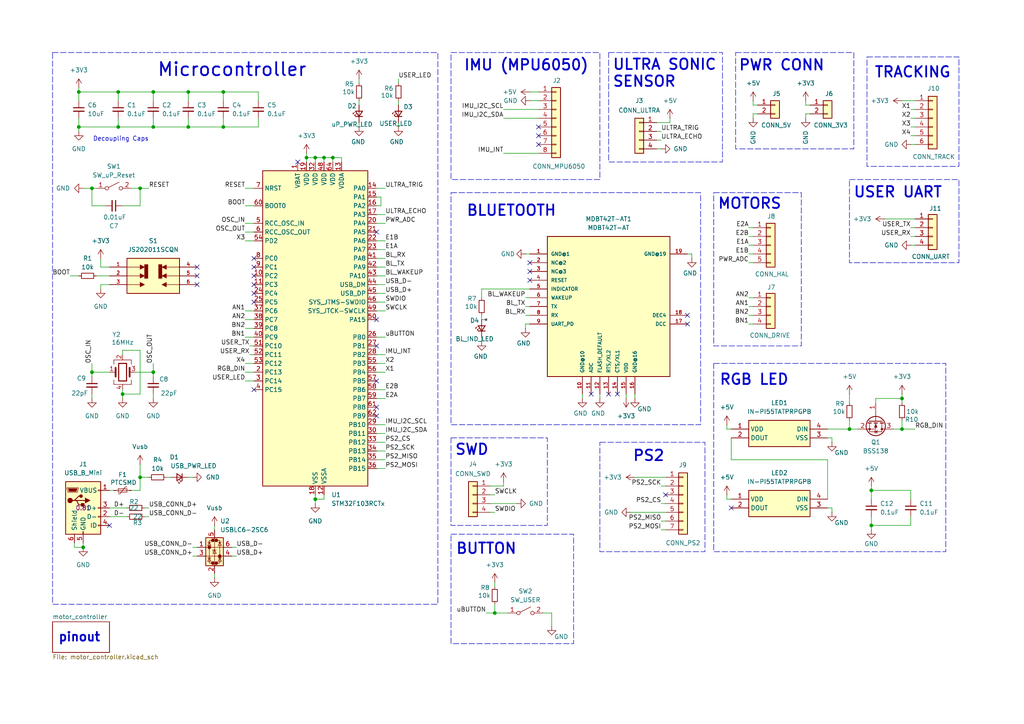
<source format=kicad_sch>
(kicad_sch (version 20250114) (generator "eeschema") (generator_version "9.0")
  (paper "A4")
  (title_block (title "Robot Brain PCB Board") (date "2025-04-30") (rev "1.0") (company "Goncalo Martins"))
  (rectangle (start 130.81 154.94) (end 166.37 186.69) (stroke (width 0) (type dash)))
  (rectangle (start 207.01 55.88) (end 232.41 100.33) (stroke (width 0) (type dash)))
  (rectangle (start 130.81 15.24) (end 173.99 52.07) (stroke (width 0) (type dash)))
  (rectangle (start 173.99 128.27) (end 204.47 160.02) (stroke (width 0) (type dash)))
  (rectangle (start 15.24 15.24) (end 127 175.26) (stroke (width 0) (type dash)))
  (rectangle (start 176.53 15.24) (end 209.55 46.99) (stroke (width 0) (type dash)))
  (rectangle (start 246.38 52.07) (end 278.13 76.2) (stroke (width 0) (type dash)))
  (rectangle (start 251.46 16.51) (end 278.13 48.26) (stroke (width 0) (type dash)))
  (rectangle (start 130.81 127) (end 158.75 152.4) (stroke (width 0) (type dash)))
  (rectangle (start 213.36 15.24) (end 247.65 43.18) (stroke (width 0) (type dash)))
  (rectangle (start 130.81 55.88) (end 203.2 123.19) (stroke (width 0) (type dash)))
  (rectangle (start 207.01 105.41) (end 274.32 160.02) (stroke (width 0) (type dash)))
  (text "PWR CONN" (at 214.122 19.05 0) (effects (font (size 3.048 3.048) (thickness 0.508) (bold yes)) (justify left)))
  (text "ULTRA SONIC\nSENSOR" (at 177.546 21.336 0) (effects (font (size 3.048 3.048) (thickness 0.508) (bold yes)) (justify left)))
  (text "Decoupling Caps" (at 35.052 40.386 0) (effects (font (size 1.27 1.27))))
  (text "BUTTON" (at 132.08 159.258 0) (effects (font (size 3.048 3.048) (thickness 0.508) (bold yes)) (justify left)))
  (text "MOTORS" (at 208.026 59.182 0) (effects (font (size 3.048 3.048) (thickness 0.508) (bold yes)) (justify left)))
  (text "PS2" (at 183.388 132.334 0) (effects (font (size 3.048 3.048) (thickness 0.508) (bold yes)) (justify left)))
  (text "RGB LED" (at 208.534 110.236 0) (effects (font (size 3.048 3.048) (thickness 0.508) (bold yes)) (justify left)))
  (text "Microcontroller" (at 67.31 20.32 0) (effects (font (size 3.81 3.81) (thickness 0.508) (bold yes))))
  (text "TRACKING\n" (at 253.492 21.082 0) (effects (font (size 3.048 3.048) (thickness 0.508) (bold yes)) (justify left)))
  (text "pinout" (at 16.764 184.912 0) (effects (font (size 2.54 2.54) (thickness 0.508) (bold yes)) (justify left)))
  (text "IMU (MPU6050)" (at 152.654 19.05 0) (effects (font (size 3.048 3.048) (thickness 0.508) (bold yes))))
  (text "SWD" (at 131.826 130.556 0) (effects (font (size 3.048 3.048) (thickness 0.508) (bold yes)) (justify left)))
  (text "USER UART\n" (at 247.396 55.88 0) (effects (font (size 3.048 3.048) (thickness 0.508) (bold yes)) (justify left)))
  (text "BLUETOOTH" (at 148.336 61.214 0) (effects (font (size 3.048 3.048) (thickness 0.508) (bold yes))))
  (junction (at 246.38 124.46))
  (junction (at 26.67 54.61))
  (junction (at 40.64 138.43))
  (junction (at 34.29 36.83))
  (junction (at 252.73 152.4))
  (junction (at 35.56 114.3))
  (junction (at 24.13 158.75))
  (junction (at 261.62 115.57))
  (junction (at 44.45 26.67))
  (junction (at 40.64 54.61))
  (junction (at 96.52 45.72))
  (junction (at 64.77 36.83))
  (junction (at 252.73 142.24))
  (junction (at 93.98 45.72))
  (junction (at 91.44 144.78))
  (junction (at 54.61 26.67))
  (junction (at 34.29 26.67))
  (junction (at 64.77 26.67))
  (junction (at 44.45 36.83))
  (junction (at 91.44 45.72))
  (junction (at 143.51 177.8))
  (junction (at 88.9 45.72))
  (junction (at 22.86 36.83))
  (junction (at 44.45 107.95))
  (junction (at 261.62 124.46))
  (junction (at 54.61 36.83))
  (junction (at 22.86 26.67))
  (junction (at 26.67 107.95))
  (no_connect (at 176.53 114.3))
  (no_connect (at 109.22 110.49))
  (no_connect (at 86.36 46.99))
  (no_connect (at 153.67 81.28))
  (no_connect (at 73.66 77.47))
  (no_connect (at 57.15 80.01))
  (no_connect (at 153.67 78.74))
  (no_connect (at 199.39 93.98))
  (no_connect (at 109.22 120.65))
  (no_connect (at 171.45 114.3))
  (no_connect (at 109.22 92.71))
  (no_connect (at 199.39 91.44))
  (no_connect (at 156.21 41.91))
  (no_connect (at 109.22 118.11))
  (no_connect (at 73.66 82.55))
  (no_connect (at 156.21 39.37))
  (no_connect (at 109.22 67.31))
  (no_connect (at 73.66 80.01))
  (no_connect (at 31.75 152.4))
  (no_connect (at 73.66 113.03))
  (no_connect (at 179.07 114.3))
  (no_connect (at 109.22 100.33))
  (no_connect (at 212.09 147.32))
  (no_connect (at 57.15 77.47))
  (no_connect (at 73.66 85.09))
  (no_connect (at 153.67 76.2))
  (no_connect (at 73.66 74.93))
  (no_connect (at 193.04 143.51))
  (no_connect (at 73.66 87.63))
  (no_connect (at 57.15 82.55))
  (no_connect (at 156.21 36.83))
  (wire (pts (xy 139.7 83.82) (xy 139.7 86.36)))
  (wire (pts (xy 194.31 35.56) (xy 194.31 34.29)))
  (wire (pts (xy 27.94 80.01) (xy 31.75 80.01)))
  (wire (pts (xy 143.51 177.8) (xy 147.32 177.8)))
  (wire (pts (xy 71.12 90.17) (xy 73.66 90.17)))
  (wire (pts (xy 71.12 92.71) (xy 73.66 92.71)))
  (wire (pts (xy 55.88 161.29) (xy 57.15 161.29)))
  (wire (pts (xy 22.86 25.4) (xy 22.86 26.67)))
  (wire (pts (xy 96.52 45.72) (xy 99.06 45.72)))
  (wire (pts (xy 217.17 71.12) (xy 218.44 71.12)))
  (wire (pts (xy 191.77 151.13) (xy 193.04 151.13)))
  (wire (pts (xy 190.5 38.1) (xy 191.77 38.1)))
  (wire (pts (xy 109.22 130.81) (xy 111.76 130.81)))
  (wire (pts (xy 109.22 87.63) (xy 111.76 87.63)))
  (wire (pts (xy 34.29 26.67) (xy 22.86 26.67)))
  (wire (pts (xy 218.44 34.29) (xy 218.44 33.02)))
  (wire (pts (xy 241.3 127) (xy 240.03 127)))
  (wire (pts (xy 35.56 101.6) (xy 40.64 101.6)))
  (wire (pts (xy 109.22 135.89) (xy 111.76 135.89)))
  (wire (pts (xy 210.82 144.78) (xy 210.82 143.51)))
  (wire (pts (xy 40.64 54.61) (xy 43.18 54.61)))
  (wire (pts (xy 71.12 59.69) (xy 73.66 59.69)))
  (wire (pts (xy 212.09 144.78) (xy 210.82 144.78)))
  (wire (pts (xy 71.12 69.85) (xy 73.66 69.85)))
  (wire (pts (xy 160.02 177.8) (xy 157.48 177.8)))
  (wire (pts (xy 64.77 26.67) (xy 54.61 26.67)))
  (wire (pts (xy 93.98 45.72) (xy 96.52 45.72)))
  (wire (pts (xy 254 116.84) (xy 254 115.57)))
  (wire (pts (xy 54.61 34.29) (xy 54.61 36.83)))
  (wire (pts (xy 29.21 82.55) (xy 31.75 82.55)))
  (wire (pts (xy 233.68 30.48) (xy 233.68 29.21)))
  (wire (pts (xy 139.7 91.44) (xy 139.7 92.71)))
  (wire (pts (xy 217.17 88.9) (xy 218.44 88.9)))
  (wire (pts (xy 62.23 166.37) (xy 62.23 167.64)))
  (wire (pts (xy 264.16 142.24) (xy 252.73 142.24)))
  (wire (pts (xy 219.71 30.48) (xy 218.44 30.48)))
  (wire (pts (xy 24.13 54.61) (xy 26.67 54.61)))
  (wire (pts (xy 190.5 40.64) (xy 191.77 40.64)))
  (wire (pts (xy 142.24 140.97) (xy 146.05 140.97)))
  (wire (pts (xy 35.56 114.3) (xy 35.56 115.57)))
  (wire (pts (xy 233.68 33.02) (xy 234.95 33.02)))
  (wire (pts (xy 184.15 114.3) (xy 184.15 115.57)))
  (wire (pts (xy 199.39 73.66) (xy 200.66 73.66)))
  (wire (pts (xy 55.88 158.75) (xy 57.15 158.75)))
  (wire (pts (xy 217.17 76.2) (xy 218.44 76.2)))
  (wire (pts (xy 22.86 26.67) (xy 22.86 29.21)))
  (wire (pts (xy 29.21 83.82) (xy 29.21 82.55)))
  (wire (pts (xy 246.38 114.3) (xy 246.38 116.84)))
  (wire (pts (xy 210.82 124.46) (xy 210.82 123.19)))
  (wire (pts (xy 38.1 142.24) (xy 40.64 142.24)))
  (wire (pts (xy 41.91 149.86) (xy 43.18 149.86)))
  (wire (pts (xy 26.67 59.69) (xy 26.67 54.61)))
  (wire (pts (xy 264.16 68.58) (xy 265.43 68.58)))
  (wire (pts (xy 248.92 124.46) (xy 246.38 124.46)))
  (wire (pts (xy 191.77 140.97) (xy 193.04 140.97)))
  (wire (pts (xy 217.17 86.36) (xy 218.44 86.36)))
  (wire (pts (xy 91.44 45.72) (xy 93.98 45.72)))
  (wire (pts (xy 143.51 175.26) (xy 143.51 177.8)))
  (wire (pts (xy 264.16 149.86) (xy 264.16 152.4)))
  (wire (pts (xy 261.62 121.92) (xy 261.62 124.46)))
  (wire (pts (xy 24.13 157.48) (xy 24.13 158.75)))
  (wire (pts (xy 109.22 128.27) (xy 111.76 128.27)))
  (wire (pts (xy 22.86 36.83) (xy 22.86 34.29)))
  (wire (pts (xy 261.62 115.57) (xy 261.62 116.84)))
  (wire (pts (xy 71.12 97.79) (xy 73.66 97.79)))
  (wire (pts (xy 88.9 45.72) (xy 91.44 45.72)))
  (wire (pts (xy 264.16 39.37) (xy 265.43 39.37)))
  (wire (pts (xy 91.44 45.72) (xy 91.44 46.99)))
  (wire (pts (xy 29.21 77.47) (xy 29.21 74.93)))
  (wire (pts (xy 35.56 59.69) (xy 40.64 59.69)))
  (wire (pts (xy 109.22 85.09) (xy 111.76 85.09)))
  (wire (pts (xy 152.4 86.36) (xy 153.67 86.36)))
  (wire (pts (xy 93.98 144.78) (xy 91.44 144.78)))
  (wire (pts (xy 261.62 124.46) (xy 259.08 124.46)))
  (wire (pts (xy 71.12 64.77) (xy 73.66 64.77)))
  (wire (pts (xy 74.93 29.21) (xy 74.93 26.67)))
  (wire (pts (xy 109.22 107.95) (xy 111.76 107.95)))
  (wire (pts (xy 217.17 66.04) (xy 218.44 66.04)))
  (wire (pts (xy 72.39 102.87) (xy 73.66 102.87)))
  (wire (pts (xy 93.98 45.72) (xy 93.98 46.99)))
  (wire (pts (xy 153.67 93.98) (xy 152.4 93.98)))
  (wire (pts (xy 31.75 142.24) (xy 33.02 142.24)))
  (wire (pts (xy 109.22 115.57) (xy 111.76 115.57)))
  (wire (pts (xy 264.16 41.91) (xy 265.43 41.91)))
  (wire (pts (xy 264.16 152.4) (xy 252.73 152.4)))
  (wire (pts (xy 22.86 36.83) (xy 22.86 38.1)))
  (wire (pts (xy 54.61 138.43) (xy 55.88 138.43)))
  (wire (pts (xy 212.09 124.46) (xy 210.82 124.46)))
  (wire (pts (xy 152.4 88.9) (xy 153.67 88.9)))
  (wire (pts (xy 64.77 34.29) (xy 64.77 36.83)))
  (wire (pts (xy 191.77 153.67) (xy 193.04 153.67)))
  (wire (pts (xy 67.31 161.29) (xy 68.58 161.29)))
  (wire (pts (xy 91.44 144.78) (xy 91.44 143.51)))
  (wire (pts (xy 152.4 73.66) (xy 153.67 73.66)))
  (wire (pts (xy 152.4 91.44) (xy 153.67 91.44)))
  (wire (pts (xy 54.61 36.83) (xy 44.45 36.83)))
  (wire (pts (xy 39.37 107.95) (xy 44.45 107.95)))
  (wire (pts (xy 109.22 57.15) (xy 110.49 57.15)))
  (wire (pts (xy 246.38 124.46) (xy 246.38 121.92)))
  (wire (pts (xy 44.45 26.67) (xy 34.29 26.67)))
  (wire (pts (xy 40.64 142.24) (xy 40.64 138.43)))
  (wire (pts (xy 146.05 140.97) (xy 146.05 139.7)))
  (wire (pts (xy 96.52 45.72) (xy 96.52 46.99)))
  (wire (pts (xy 146.05 44.45) (xy 156.21 44.45)))
  (wire (pts (xy 217.17 68.58) (xy 218.44 68.58)))
  (wire (pts (xy 264.16 66.04) (xy 265.43 66.04)))
  (wire (pts (xy 44.45 36.83) (xy 34.29 36.83)))
  (wire (pts (xy 152.4 93.98) (xy 152.4 95.25)))
  (wire (pts (xy 71.12 105.41) (xy 73.66 105.41)))
  (wire (pts (xy 109.22 54.61) (xy 111.76 54.61)))
  (wire (pts (xy 241.3 148.59) (xy 241.3 147.32)))
  (wire (pts (xy 40.64 101.6) (xy 40.64 114.3)))
  (wire (pts (xy 234.95 30.48) (xy 233.68 30.48)))
  (wire (pts (xy 31.75 149.86) (xy 36.83 149.86)))
  (wire (pts (xy 109.22 59.69) (xy 110.49 59.69)))
  (wire (pts (xy 264.16 34.29) (xy 265.43 34.29)))
  (wire (pts (xy 190.5 35.56) (xy 194.31 35.56)))
  (wire (pts (xy 217.17 91.44) (xy 218.44 91.44)))
  (wire (pts (xy 191.77 146.05) (xy 193.04 146.05)))
  (wire (pts (xy 168.91 114.3) (xy 168.91 115.57)))
  (wire (pts (xy 264.16 71.12) (xy 265.43 71.12)))
  (wire (pts (xy 40.64 138.43) (xy 43.18 138.43)))
  (wire (pts (xy 88.9 44.45) (xy 88.9 45.72)))
  (wire (pts (xy 109.22 102.87) (xy 111.76 102.87)))
  (wire (pts (xy 31.75 147.32) (xy 36.83 147.32)))
  (wire (pts (xy 241.3 147.32) (xy 240.03 147.32)))
  (wire (pts (xy 109.22 105.41) (xy 111.76 105.41)))
  (wire (pts (xy 109.22 97.79) (xy 111.76 97.79)))
  (wire (pts (xy 71.12 67.31) (xy 73.66 67.31)))
  (wire (pts (xy 71.12 110.49) (xy 73.66 110.49)))
  (wire (pts (xy 212.09 133.35) (xy 240.03 133.35)))
  (wire (pts (xy 93.98 143.51) (xy 93.98 144.78)))
  (wire (pts (xy 181.61 114.3) (xy 181.61 115.57)))
  (wire (pts (xy 40.64 138.43) (xy 40.64 134.62)))
  (wire (pts (xy 218.44 33.02) (xy 219.71 33.02)))
  (wire (pts (xy 256.54 63.5) (xy 265.43 63.5)))
  (wire (pts (xy 109.22 125.73) (xy 111.76 125.73)))
  (wire (pts (xy 139.7 97.79) (xy 139.7 99.06)))
  (wire (pts (xy 35.56 114.3) (xy 35.56 113.03)))
  (wire (pts (xy 233.68 34.29) (xy 233.68 33.02)))
  (wire (pts (xy 64.77 26.67) (xy 64.77 29.21)))
  (wire (pts (xy 40.64 114.3) (xy 35.56 114.3)))
  (wire (pts (xy 142.24 148.59) (xy 143.51 148.59)))
  (wire (pts (xy 142.24 146.05) (xy 149.86 146.05)))
  (wire (pts (xy 21.59 158.75) (xy 24.13 158.75)))
  (wire (pts (xy 30.48 59.69) (xy 26.67 59.69)))
  (wire (pts (xy 74.93 34.29) (xy 74.93 36.83)))
  (wire (pts (xy 26.67 114.3) (xy 26.67 115.57)))
  (wire (pts (xy 252.73 152.4) (xy 252.73 149.86)))
  (wire (pts (xy 54.61 26.67) (xy 54.61 29.21)))
  (wire (pts (xy 173.99 114.3) (xy 173.99 115.57)))
  (wire (pts (xy 44.45 26.67) (xy 44.45 29.21)))
  (wire (pts (xy 88.9 45.72) (xy 88.9 46.99)))
  (wire (pts (xy 31.75 77.47) (xy 29.21 77.47)))
  (wire (pts (xy 200.66 73.66) (xy 200.66 74.93)))
  (wire (pts (xy 109.22 77.47) (xy 111.76 77.47)))
  (wire (pts (xy 109.22 69.85) (xy 111.76 69.85)))
  (wire (pts (xy 104.14 22.86) (xy 104.14 24.13)))
  (wire (pts (xy 34.29 26.67) (xy 34.29 29.21)))
  (wire (pts (xy 48.26 138.43) (xy 49.53 138.43)))
  (wire (pts (xy 261.62 124.46) (xy 265.43 124.46)))
  (wire (pts (xy 146.05 31.75) (xy 156.21 31.75)))
  (wire (pts (xy 217.17 93.98) (xy 218.44 93.98)))
  (wire (pts (xy 212.09 127) (xy 212.09 133.35)))
  (wire (pts (xy 109.22 64.77) (xy 111.76 64.77)))
  (wire (pts (xy 153.67 83.82) (xy 139.7 83.82)))
  (wire (pts (xy 34.29 36.83) (xy 22.86 36.83)))
  (wire (pts (xy 109.22 113.03) (xy 111.76 113.03)))
  (wire (pts (xy 146.05 34.29) (xy 156.21 34.29)))
  (wire (pts (xy 252.73 152.4) (xy 252.73 153.67)))
  (wire (pts (xy 264.16 142.24) (xy 264.16 144.78)))
  (wire (pts (xy 264.16 36.83) (xy 265.43 36.83)))
  (wire (pts (xy 40.64 54.61) (xy 40.64 59.69)))
  (wire (pts (xy 26.67 107.95) (xy 26.67 109.22)))
  (wire (pts (xy 115.57 29.21) (xy 115.57 30.48)))
  (wire (pts (xy 71.12 54.61) (xy 73.66 54.61)))
  (wire (pts (xy 217.17 73.66) (xy 218.44 73.66)))
  (wire (pts (xy 99.06 46.99) (xy 99.06 45.72)))
  (wire (pts (xy 115.57 22.86) (xy 115.57 24.13)))
  (wire (pts (xy 21.59 157.48) (xy 21.59 158.75)))
  (wire (pts (xy 261.62 114.3) (xy 261.62 115.57)))
  (wire (pts (xy 240.03 133.35) (xy 240.03 144.78)))
  (wire (pts (xy 71.12 107.95) (xy 73.66 107.95)))
  (wire (pts (xy 91.44 144.78) (xy 91.44 146.05)))
  (wire (pts (xy 41.91 147.32) (xy 43.18 147.32)))
  (wire (pts (xy 62.23 152.4) (xy 62.23 153.67)))
  (wire (pts (xy 35.56 102.87) (xy 35.56 101.6)))
  (wire (pts (xy 240.03 124.46) (xy 246.38 124.46)))
  (wire (pts (xy 44.45 107.95) (xy 44.45 109.22)))
  (wire (pts (xy 143.51 168.91) (xy 143.51 170.18)))
  (wire (pts (xy 252.73 140.97) (xy 252.73 142.24)))
  (wire (pts (xy 26.67 105.41) (xy 26.67 107.95)))
  (wire (pts (xy 218.44 30.48) (xy 218.44 29.21)))
  (wire (pts (xy 64.77 36.83) (xy 54.61 36.83)))
  (wire (pts (xy 71.12 95.25) (xy 73.66 95.25)))
  (wire (pts (xy 109.22 62.23) (xy 111.76 62.23)))
  (wire (pts (xy 153.67 29.21) (xy 156.21 29.21)))
  (wire (pts (xy 109.22 123.19) (xy 111.76 123.19)))
  (wire (pts (xy 44.45 34.29) (xy 44.45 36.83)))
  (wire (pts (xy 26.67 54.61) (xy 27.94 54.61)))
  (wire (pts (xy 31.75 107.95) (xy 26.67 107.95)))
  (wire (pts (xy 264.16 31.75) (xy 265.43 31.75)))
  (wire (pts (xy 44.45 114.3) (xy 44.45 115.57)))
  (wire (pts (xy 104.14 29.21) (xy 104.14 30.48)))
  (wire (pts (xy 115.57 35.56) (xy 115.57 36.83)))
  (wire (pts (xy 74.93 36.83) (xy 64.77 36.83)))
  (wire (pts (xy 241.3 128.27) (xy 241.3 127)))
  (wire (pts (xy 190.5 43.18) (xy 191.77 43.18)))
  (wire (pts (xy 184.15 138.43) (xy 193.04 138.43)))
  (wire (pts (xy 67.31 158.75) (xy 68.58 158.75)))
  (wire (pts (xy 74.93 26.67) (xy 64.77 26.67)))
  (wire (pts (xy 109.22 74.93) (xy 111.76 74.93)))
  (wire (pts (xy 109.22 82.55) (xy 111.76 82.55)))
  (wire (pts (xy 140.97 177.8) (xy 143.51 177.8)))
  (wire (pts (xy 252.73 142.24) (xy 252.73 144.78)))
  (wire (pts (xy 254 115.57) (xy 261.62 115.57)))
  (wire (pts (xy 20.32 80.01) (xy 22.86 80.01)))
  (wire (pts (xy 109.22 90.17) (xy 111.76 90.17)))
  (wire (pts (xy 153.67 26.67) (xy 156.21 26.67)))
  (wire (pts (xy 72.39 100.33) (xy 73.66 100.33)))
  (wire (pts (xy 34.29 34.29) (xy 34.29 36.83)))
  (wire (pts (xy 38.1 54.61) (xy 40.64 54.61)))
  (wire (pts (xy 109.22 80.01) (xy 111.76 80.01)))
  (wire (pts (xy 54.61 26.67) (xy 44.45 26.67)))
  (wire (pts (xy 104.14 35.56) (xy 104.14 36.83)))
  (wire (pts (xy 44.45 105.41) (xy 44.45 107.95)))
  (wire (pts (xy 142.24 143.51) (xy 143.51 143.51)))
  (wire (pts (xy 109.22 133.35) (xy 111.76 133.35)))
  (wire (pts (xy 160.02 181.61) (xy 160.02 177.8)))
  (wire (pts (xy 110.49 57.15) (xy 110.49 59.69)))
  (wire (pts (xy 261.62 29.21) (xy 265.43 29.21)))
  (wire (pts (xy 182.88 148.59) (xy 193.04 148.59)))
  (wire (pts (xy 109.22 72.39) (xy 111.76 72.39)))
  (label "SWCLK" (at 111.76 90.17 0))
  (label "IMU_I2C_SCL" (at 111.76 123.19 0))
  (label "BN1" (at 71.12 97.79 180))
  (label "E1A" (at 217.17 71.12 180))
  (label "BL_TX" (at 152.4 88.9 180))
  (label "IMU_INT" (at 111.76 102.87 0))
  (label "BN1" (at 217.17 93.98 180))
  (label "USB_D-" (at 111.76 82.55 0))
  (label "X4" (at 264.16 39.37 180))
  (label "PS2_CS" (at 111.76 128.27 0))
  (label "IMU_I2C_SCL" (at 146.05 31.75 180))
  (label "E2A" (at 111.76 115.57 0))
  (label "ULTRA_ECHO" (at 191.77 40.64 0))
  (label "OSC_IN" (at 26.67 105.41 90))
  (label "PS2_MISO" (at 111.76 133.35 0))
  (label "USER_LED" (at 115.57 22.86 0))
  (label "USB_CONN_D-" (at 55.88 158.75 180))
  (label "IMU_I2C_SDA" (at 146.05 34.29 180))
  (label "USER_TX" (at 72.39 100.33 180))
  (label "BL_RX" (at 111.76 74.93 0))
  (label "RGB_DIN" (at 265.43 124.46 0))
  (label "D-" (at 33.02 149.86 0))
  (label "AN1" (at 71.12 90.17 180))
  (label "IMU_I2C_SDA" (at 111.76 125.73 0))
  (label "SWDIO" (at 111.76 87.63 0))
  (label "USER_RX" (at 264.16 68.58 180))
  (label "USB_D-" (at 68.58 158.75 0))
  (label "uBUTTON" (at 140.97 177.8 180))
  (label "PS2_MISO" (at 191.77 151.13 180))
  (label "RESET" (at 43.18 54.61 0))
  (label "E2A" (at 217.17 66.04 180))
  (label "AN2" (at 71.12 92.71 180))
  (label "D+" (at 33.02 147.32 0))
  (label "BN2" (at 217.17 91.44 180))
  (label "E2B" (at 217.17 68.58 180))
  (label "USB_CONN_D+" (at 43.18 147.32 0))
  (label "X1" (at 111.76 107.95 0))
  (label "PWR_ADC" (at 217.17 76.2 180))
  (label "PS2_SCK" (at 111.76 130.81 0))
  (label "X3" (at 264.16 36.83 180))
  (label "PS2_MOSI" (at 191.77 153.67 180))
  (label "X4" (at 71.12 105.41 180))
  (label "USB_CONN_D+" (at 55.88 161.29 180))
  (label "USB_CONN_D-" (at 43.18 149.86 0))
  (label "RESET" (at 71.12 54.61 180))
  (label "USER_RX" (at 72.39 102.87 180))
  (label "E1B" (at 217.17 73.66 180))
  (label "BN2" (at 71.12 95.25 180))
  (label "E2B" (at 111.76 113.03 0))
  (label "USER_TX" (at 264.16 66.04 180))
  (label "PS2_CS" (at 191.77 146.05 180))
  (label "uBUTTON" (at 111.76 97.79 0))
  (label "OSC_IN" (at 71.12 64.77 180))
  (label "BOOT" (at 71.12 59.69 180))
  (label "ULTRA_TRIG" (at 111.76 54.61 0))
  (label "SWCLK" (at 143.51 143.51 0))
  (label "USB_D+" (at 111.76 85.09 0))
  (label "USB_D+" (at 68.58 161.29 0))
  (label "X2" (at 264.16 34.29 180))
  (label "USER_LED" (at 71.12 110.49 180))
  (label "OSC_OUT" (at 44.45 105.41 90))
  (label "BL_WAKEUP" (at 111.76 80.01 0))
  (label "X1" (at 264.16 31.75 180))
  (label "E1A" (at 111.76 72.39 0))
  (label "E1B" (at 111.76 69.85 0))
  (label "SWDIO" (at 143.51 148.59 0))
  (label "PS2_SCK" (at 191.77 140.97 180))
  (label "BL_TX" (at 111.76 77.47 0))
  (label "ULTRA_TRIG" (at 191.77 38.1 0))
  (label "X3" (at 71.12 69.85 180))
  (label "X2" (at 111.76 105.41 0))
  (label "PS2_MOSI" (at 111.76 135.89 0))
  (label "PWR_ADC" (at 111.76 64.77 0))
  (label "RGB_DIN" (at 71.12 107.95 180))
  (label "AN2" (at 217.17 86.36 180))
  (label "AN1" (at 217.17 88.9 180))
  (label "BOOT" (at 20.32 80.01 180))
  (label "ULTRA_ECHO" (at 111.76 62.23 0))
  (label "IMU_INT" (at 146.05 44.45 180))
  (label "BL_WAKEUP" (at 152.4 86.36 180))
  (label "BL_RX" (at 152.4 91.44 180))
  (label "OSC_OUT" (at 71.12 67.31 180))
  (netclass_flag "" (length 1.27) (shape dot) (at 139.7 92.71 270) (property "Netclass" "signal" (effects (hide yes))))
  (symbol (lib_id "Device:C_Small") (at 252.73 147.32 0) (unit 1)
    (property "Reference" "C12" (at 255.27 146.0562 0) (effects (justify left)))
    (property "Value" "0.1uF" (at 255.27 148.5962 0) (effects (justify left)))
    (property "Footprint" "Capacitor_SMD:C_0805_2012Metric_Pad1.18x1.45mm_HandSolder" (effects (hide yes)))
    (property "Description" "Unpolarized capacitor, small symbol" (effects (hide yes)))
    (property "Mouser" "https://www.mouser.com/ProductDetail/KYOCERA-AVX/KAM21BR71H104JT?qs=sGAEpiMZZMsh%252B1woXyUXj17cMikWvs6%2F6aKx5H2Tu1A%3D" (effects (hide yes)))
    (property "Mfr #P" "KAM21BR71H104JT" (effects (hide yes)))
    (property "Unit Price($)" "0.20" (effects (hide yes)))
  )
  (symbol (lib_id "power:GND") (at 264.16 41.91 270) (unit 1)
    (property "Reference" "#PWR049" (effects (hide yes)))
    (property "Value" "GND" (at 260.604 41.91 90) (effects (justify right)))
    (property "Description" "Power symbol creates a global label with name \"GND\" , ground" (effects (hide yes)))
  )
  (symbol (lib_id "power:+3V3") (at 184.15 138.43 90) (unit 1)
    (property "Reference" "#PWR047" (effects (hide yes)))
    (property "Value" "+3V3" (at 180.34 138.4299 90) (effects (justify left)))
    (property "Description" "Power symbol creates a global label with name \"+3V3\"" (effects (hide yes)))
  )
  (symbol (lib_id "Device:C_Small") (at 44.45 31.75 0) (unit 1)
    (property "Reference" "C2" (at 46.99 30.4862 0) (effects (justify left)))
    (property "Value" "0.1uF" (at 46.99 33.0262 0) (effects (justify left)))
    (property "Footprint" "Capacitor_SMD:C_0805_2012Metric_Pad1.18x1.45mm_HandSolder" (effects (hide yes)))
    (property "Description" "Unpolarized capacitor, small symbol" (effects (hide yes)))
    (property "Mouser" "https://www.mouser.com/ProductDetail/KYOCERA-AVX/KAM21BR71H104JT?qs=sGAEpiMZZMsh%252B1woXyUXj17cMikWvs6%2F6aKx5H2Tu1A%3D" (effects (hide yes)))
    (property "Mfr #P" "KAM21BR71H104JT" (effects (hide yes)))
    (property "Unit Price($)" "0.20" (effects (hide yes)))
  )
  (symbol (lib_id "Device:C_Small") (at 54.61 31.75 0) (unit 1)
    (property "Reference" "C3" (at 57.15 30.4862 0) (effects (justify left)))
    (property "Value" "0.1uF" (at 57.15 33.0262 0) (effects (justify left)))
    (property "Footprint" "Capacitor_SMD:C_0805_2012Metric_Pad1.18x1.45mm_HandSolder" (effects (hide yes)))
    (property "Description" "Unpolarized capacitor, small symbol" (effects (hide yes)))
    (property "Mouser" "https://www.mouser.com/ProductDetail/KYOCERA-AVX/KAM21BR71H104JT?qs=sGAEpiMZZMsh%252B1woXyUXj17cMikWvs6%2F6aKx5H2Tu1A%3D" (effects (hide yes)))
    (property "Mfr #P" "KAM21BR71H104JT" (effects (hide yes)))
    (property "Unit Price($)" "0.20" (effects (hide yes)))
  )
  (symbol (lib_id "power:GND") (at 139.7 99.06 0) (unit 1)
    (property "Reference" "#PWR029" (effects (hide yes)))
    (property "Value" "GND" (at 141.478 103.378 0) (effects (justify right)))
    (property "Description" "Power symbol creates a global label with name \"GND\" , ground" (effects (hide yes)))
  )
  (symbol (lib_id "power:GND") (at 264.16 71.12 270) (unit 1)
    (property "Reference" "#PWR052" (effects (hide yes)))
    (property "Value" "GND" (at 260.604 71.12 90) (effects (justify right)))
    (property "Description" "Power symbol creates a global label with name \"GND\" , ground" (effects (hide yes)))
  )
  (symbol (lib_id "Device:C_Small") (at 64.77 31.75 0) (unit 1)
    (property "Reference" "C4" (at 67.31 30.4862 0) (effects (justify left)))
    (property "Value" "0.1uF" (at 67.31 33.0262 0) (effects (justify left)))
    (property "Footprint" "Capacitor_SMD:C_0805_2012Metric_Pad1.18x1.45mm_HandSolder" (effects (hide yes)))
    (property "Description" "Unpolarized capacitor, small symbol" (effects (hide yes)))
    (property "Mouser" "https://www.mouser.com/ProductDetail/KYOCERA-AVX/KAM21BR71H104JT?qs=sGAEpiMZZMsh%252B1woXyUXj17cMikWvs6%2F6aKx5H2Tu1A%3D" (effects (hide yes)))
    (property "Mfr #P" "KAM21BR71H104JT" (effects (hide yes)))
    (property "Unit Price($)" "0.20" (effects (hide yes)))
  )
  (symbol (lib_id "Connector_Generic:Conn_01x05") (at 223.52 71.12 0) (unit 1)
    (property "Reference" "J8" (at 222.504 62.738 0) (effects (justify left)))
    (property "Value" "CONN_HAL" (at 218.948 79.502 0) (effects (justify left)))
    (property "Footprint" "Connector_JST:JST_XH_B5B-XH-A_1x05_P2.50mm_Vertical" (effects (hide yes)))
    (property "Description" "Generic connector, single row, 01x05, script generated (kicad-library-utils/schlib/autogen/connector/)" (effects (hide yes)))
  )
  (symbol (lib_id "SW_uP_Boot:JS202011SCQN") (at 44.45 80.01 0) (unit 1)
    (property "Reference" "S1" (at 44.45 69.85 0))
    (property "Value" "JS202011SCQN" (at 44.45 72.39 0))
    (property "Footprint" "SW_uP_Boot:SW_uP_Boot" (effects (hide yes)))
    (property "MF" "C&K" (effects (hide yes)))
    (property "MAXIMUM_PACKAGE_HEIGHT" "5.5 mm" (effects (hide yes)))
    (property "Package" "None" (effects (hide yes)))
    (property "Price" "None" (effects (hide yes)))
    (property "Check_prices" "https://www.snapeda.com/parts/JS202011SCQN/C%2526K/view-part/?ref=eda" (effects (hide yes)))
    (property "STANDARD" "Manufacturer Recommendations" (effects (hide yes)))
    (property "PARTREV" "26 May 22" (effects (hide yes)))
    (property "SnapEDA_Link" "https://www.snapeda.com/parts/JS202011SCQN/C%2526K/view-part/?ref=snap" (effects (hide yes)))
    (property "MP" "JS202011SCQN" (effects (hide yes)))
    (property "Description_1" "Slide Switch DPDT Surface Mount" (effects (hide yes)))
    (property "MANUFACTURER" "C&K" (effects (hide yes)))
    (property "Availability" "In Stock" (effects (hide yes)))
    (property "SNAPEDA_PN" "JS202011SCQN" (effects (hide yes)))
    (property "Mouser" "https://www.mouser.com/ProductDetail/CK/JS202011SCQN?qs=LgMIjt8LuD95JYWxZ7NvZA%3D%3D&srsltid=AfmBOooDk10u84nJj48V7uU3bUDgIDkJTIEAKKzntJY8as7ztywHo2vc" (effects (hide yes)))
    (property "Mfr #P" "JS202011SCQN" (effects (hide yes)))
    (property "Unit Price($)" "0.74" (effects (hide yes)))
  )
  (symbol (lib_id "power:GND") (at 173.99 115.57 0) (unit 1)
    (property "Reference" "#PWR024" (effects (hide yes)))
    (property "Value" "GND" (at 175.514 119.888 0) (effects (justify right)))
    (property "Description" "Power symbol creates a global label with name \"GND\" , ground" (effects (hide yes)))
  )
  (symbol (lib_id "power:GND") (at 55.88 138.43 90) (unit 1)
    (property "Reference" "#PWR015" (effects (hide yes)))
    (property "Value" "GND" (at 59.69 138.4299 90) (effects (justify right)))
    (property "Description" "Power symbol creates a global label with name \"GND\" , ground" (effects (hide yes)))
  )
  (symbol (lib_id "Device:LED_Small") (at 139.7 95.25 90) (unit 1)
    (property "Reference" "D4" (at 137.668 92.964 90))
    (property "Value" "BL_IND_LED" (at 137.668 98.298 90))
    (property "Footprint" "LED_SMD:LED_0805_2012Metric_Pad1.15x1.40mm_HandSolder" (effects (hide yes)))
    (property "Description" "Light emitting diode, small symbol" (effects (hide yes)))
    (property "Sim.Pin" "1=K 2=A" (effects (hide yes)))
    (property "Mouser" "https://www.mouser.com/ProductDetail/Wurth-Elektronik/150080VS75000?qs=sGAEpiMZZMv0DJfhVcWlKwb9uSCDLxPfZ0A4%252BcEoadIpft0N0W21Jg%3D%3D" (effects (hide yes)))
    (property "Mfr #P" "150080VS75000 " (effects (hide yes)))
    (property "Unit Price($)" "0.19" (effects (hide yes)))
  )
  (symbol (lib_id "Device:LED_Small") (at 104.14 33.02 90) (unit 1)
    (property "Reference" "D2" (at 102.108 30.734 90))
    (property "Value" "uP_PWR_LED" (at 102.108 36.068 90))
    (property "Footprint" "LED_SMD:LED_0805_2012Metric_Pad1.15x1.40mm_HandSolder" (effects (hide yes)))
    (property "Description" "Light emitting diode, small symbol" (effects (hide yes)))
    (property "Sim.Pin" "1=K 2=A" (effects (hide yes)))
    (property "Mouser" "https://www.mouser.com/ProductDetail/Wurth-Elektronik/150080VS75000?qs=sGAEpiMZZMv0DJfhVcWlKwb9uSCDLxPfZ0A4%252BcEoadIpft0N0W21Jg%3D%3D" (effects (hide yes)))
    (property "Mfr #P" "150080VS75000 " (effects (hide yes)))
    (property "Unit Price($)" "0.19" (effects (hide yes)))
  )
  (symbol (lib_id "power:GND") (at 153.67 29.21 270) (unit 1)
    (property "Reference" "#PWR020" (effects (hide yes)))
    (property "Value" "GND" (at 150.114 29.21 90) (effects (justify right)))
    (property "Description" "Power symbol creates a global label with name \"GND\" , ground" (effects (hide yes)))
  )
  (symbol (lib_id "Device:LED_Small") (at 52.07 138.43 180) (unit 1)
    (property "Reference" "D1" (at 50.546 132.588 0))
    (property "Value" "USB_PWR_LED" (at 56.134 135.128 0))
    (property "Footprint" "LED_SMD:LED_0805_2012Metric_Pad1.15x1.40mm_HandSolder" (effects (hide yes)))
    (property "Description" "Light emitting diode, small symbol" (effects (hide yes)))
    (property "Sim.Pin" "1=K 2=A" (effects (hide yes)))
    (property "Mouser" "https://www.mouser.com/ProductDetail/Wurth-Elektronik/150080VS75000?qs=sGAEpiMZZMv0DJfhVcWlKwb9uSCDLxPfZ0A4%252BcEoadIpft0N0W21Jg%3D%3D" (effects (hide yes)))
    (property "Mfr #P" "150080VS75000 " (effects (hide yes)))
    (property "Unit Price($)" "0.19" (effects (hide yes)))
  )
  (symbol (lib_id "Connector_Generic:Conn_01x04") (at 137.16 143.51 0) (mirror y) (unit 1)
    (property "Reference" "J4" (at 137.16 134.62 0))
    (property "Value" "CONN_SWD" (at 137.16 137.414 0))
    (property "Footprint" "Connector_PinSocket_2.54mm:PinSocket_1x04_P2.54mm_Vertical" (effects (hide yes)))
    (property "Description" "Generic connector, single row, 01x04, script generated (kicad-library-utils/schlib/autogen/connector/)" (effects (hide yes)))
  )
  (symbol (lib_id "power:GND") (at 26.67 115.57 0) (unit 1)
    (property "Reference" "#PWR08" (effects (hide yes)))
    (property "Value" "GND" (at 26.67 120.65 0))
    (property "Description" "Power symbol creates a global label with name \"GND\" , ground" (effects (hide yes)))
  )
  (symbol (lib_id "power:+3V3") (at 143.51 168.91 0) (unit 1)
    (property "Reference" "#PWR033" (effects (hide yes)))
    (property "Value" "+3V3" (at 143.51 163.83 0))
    (property "Description" "Power symbol creates a global label with name \"+3V3\"" (effects (hide yes)))
  )
  (symbol (lib_id "Device:R_Small") (at 39.37 149.86 270) (unit 1)
    (property "Reference" "R3" (at 39.878 151.638 90))
    (property "Value" "22" (at 39.878 149.86 90))
    (property "Footprint" "Resistor_SMD:R_0805_2012Metric_Pad1.20x1.40mm_HandSolder" (effects (hide yes)))
    (property "Description" "Resistor, small symbol" (effects (hide yes)))
    (property "Mouser" "https://www.mouser.com/ProductDetail/YAGEO/RC0805FR-7W22RL?qs=tggtontpCXP%252BlWTvsYhmYQ%3D%3D" (effects (hide yes)))
    (property "Mfr #P" "RC0805FR-7W22RL " (effects (hide yes)))
    (property "Unit Price($)" "0.11" (effects (hide yes)))
  )
  (symbol (lib_id "power:+3V3") (at 218.44 29.21 0) (unit 1)
    (property "Reference" "#PWR036" (effects (hide yes)))
    (property "Value" "+5V" (at 218.44 24.13 0))
    (property "Description" "Power symbol creates a global label with name \"+3V3\"" (effects (hide yes)))
  )
  (symbol (lib_id "Device:C_Small") (at 34.29 31.75 0) (unit 1)
    (property "Reference" "C1" (at 36.83 30.4862 0) (effects (justify left)))
    (property "Value" "0.1uF" (at 36.83 33.0262 0) (effects (justify left)))
    (property "Footprint" "Capacitor_SMD:C_0805_2012Metric_Pad1.18x1.45mm_HandSolder" (effects (hide yes)))
    (property "Description" "Unpolarized capacitor, small symbol" (effects (hide yes)))
    (property "Mouser" "https://www.mouser.com/ProductDetail/KYOCERA-AVX/KAM21BR71H104JT?qs=sGAEpiMZZMsh%252B1woXyUXj17cMikWvs6%2F6aKx5H2Tu1A%3D" (effects (hide yes)))
    (property "Mfr #P" "KAM21BR71H104JT" (effects (hide yes)))
    (property "Unit Price($)" "0.20" (effects (hide yes)))
  )
  (symbol (lib_id "power:+3V3") (at 261.62 114.3 0) (unit 1)
    (property "Reference" "#PWR044" (effects (hide yes)))
    (property "Value" "+3V3" (at 261.62 109.22 0))
    (property "Description" "Power symbol creates a global label with name \"+3V3\"" (effects (hide yes)))
  )
  (symbol (lib_id "power:+3V3") (at 252.73 140.97 0) (unit 1)
    (property "Reference" "#PWR045" (effects (hide yes)))
    (property "Value" "+5V" (at 252.73 135.89 0))
    (property "Description" "Power symbol creates a global label with name \"+3V3\"" (effects (hide yes)))
  )
  (symbol (lib_id "power:GND") (at 35.56 115.57 0) (unit 1)
    (property "Reference" "#PWR010" (effects (hide yes)))
    (property "Value" "GND" (at 35.56 120.65 0))
    (property "Description" "Power symbol creates a global label with name \"GND\" , ground" (effects (hide yes)))
  )
  (symbol (lib_id "Device:R_Small") (at 139.7 88.9 0) (unit 1)
    (property "Reference" "R7" (at 136.906 86.614 0))
    (property "Value" "10k" (at 136.652 88.9 0))
    (property "Footprint" "Resistor_SMD:R_0805_2012Metric_Pad1.20x1.40mm_HandSolder" (effects (hide yes)))
    (property "Description" "Resistor, small symbol" (effects (hide yes)))
    (property "Mouser" "https://www.mouser.com/ProductDetail/KOA-Speer/RK73B2ATTE103J?qs=I90P2AZw0BqeB%252B5wjce35A%3D%3D" (effects (hide yes)))
    (property "Mfr #P" "RK73B2ATTE103J" (effects (hide yes)))
    (property "Unit Price($)" "0.11" (effects (hide yes)))
  )
  (symbol (lib_id "Connector:USB_B_Mini") (at 24.13 147.32 0) (unit 1)
    (property "Reference" "J1" (at 24.13 134.62 0))
    (property "Value" "USB_B_Mini" (at 24.13 137.16 0))
    (property "Footprint" "Connector_USB:USB_Mini-B_Lumberg_2486_01_Horizontal" (effects (hide yes)))
    (property "Description" "USB Mini Type B connector" (effects (hide yes)))
    (property "Unit Price($)" "0.81" (at 24.13 147.32 0))
    (property "Mouser" "https://www.mouser.com/ProductDetail/Same-Sky/UJ2-MBH-4-SMT-TR?qs=5mqXD9RfOg1Zr%252BwuyT2Oxw%3D%3D" (effects (hide yes)))
    (property "Mfr #P" "UJ2-MBH-4-SMT-TR " (effects (hide yes)))
  )
  (symbol (lib_id "Connector_Generic:Conn_01x08") (at 161.29 34.29 0) (unit 1)
    (property "Reference" "J2" (at 160.274 23.368 0) (effects (justify left)))
    (property "Value" "CONN_MPU6050" (at 154.432 48.26 0) (effects (justify left)))
    (property "Footprint" "Connector_PinSocket_2.54mm:PinSocket_1x08_P2.54mm_Vertical" (effects (hide yes)))
    (property "Description" "Generic connector, single row, 01x08, script generated (kicad-library-utils/schlib/autogen/connector/)" (effects (hide yes)))
  )
  (symbol (lib_id "power:GND") (at 200.66 74.93 0) (unit 1)
    (property "Reference" "#PWR021" (effects (hide yes)))
    (property "Value" "GND" (at 202.184 79.248 0) (effects (justify right)))
    (property "Description" "Power symbol creates a global label with name \"GND\" , ground" (effects (hide yes)))
  )
  (symbol (lib_id "power:GND") (at 152.4 73.66 270) (unit 1)
    (property "Reference" "#PWR026" (effects (hide yes)))
    (property "Value" "GND" (at 149.352 73.66 90) (effects (justify right)))
    (property "Description" "Power symbol creates a global label with name \"GND\" , ground" (effects (hide yes)))
  )
  (symbol (lib_id "Device:C_Small") (at 44.45 111.76 0) (unit 1)
    (property "Reference" "C8" (at 47.498 109.982 0))
    (property "Value" "22pF" (at 49.022 114.046 0))
    (property "Footprint" "Capacitor_SMD:C_0805_2012Metric_Pad1.18x1.45mm_HandSolder" (effects (hide yes)))
    (property "Description" "Unpolarized capacitor, small symbol" (effects (hide yes)))
    (property "Mouser" "https://www.mouser.com/ProductDetail/KYOCERA-AVX/0805ZA220JAT2A?qs=qVfB0%2FDaMDayn2JkoZWS9w%3D%3D" (effects (hide yes)))
    (property "Mfr #P" "0805ZA220JAT2A" (effects (hide yes)))
    (property "Unit Price($)" "0.21" (effects (hide yes)))
  )
  (symbol (lib_id "Device:R_Small") (at 246.38 119.38 0) (unit 1)
    (property "Reference" "R9" (at 243.586 117.094 0))
    (property "Value" "10k" (at 243.332 119.38 0))
    (property "Footprint" "Resistor_SMD:R_0805_2012Metric_Pad1.20x1.40mm_HandSolder" (effects (hide yes)))
    (property "Description" "Resistor, small symbol" (effects (hide yes)))
    (property "Mouser" "https://www.mouser.com/ProductDetail/KOA-Speer/RK73B2ATTE103J?qs=I90P2AZw0BqeB%252B5wjce35A%3D%3D" (effects (hide yes)))
    (property "Mfr #P" "RK73B2ATTE103J" (effects (hide yes)))
    (property "Unit Price($)" "0.11" (effects (hide yes)))
  )
  (symbol (lib_id "Device:C_Small") (at 264.16 147.32 0) (unit 1)
    (property "Reference" "C11" (at 266.7 146.0562 0) (effects (justify left)))
    (property "Value" "0.1uF" (at 266.7 148.5962 0) (effects (justify left)))
    (property "Footprint" "Capacitor_SMD:C_0805_2012Metric_Pad1.18x1.45mm_HandSolder" (effects (hide yes)))
    (property "Description" "Unpolarized capacitor, small symbol" (effects (hide yes)))
    (property "Mouser" "https://www.mouser.com/ProductDetail/KYOCERA-AVX/KAM21BR71H104JT?qs=sGAEpiMZZMsh%252B1woXyUXj17cMikWvs6%2F6aKx5H2Tu1A%3D" (effects (hide yes)))
    (property "Mfr #P" "KAM21BR71H104JT" (effects (hide yes)))
    (property "Unit Price($)" "0.20" (effects (hide yes)))
  )
  (symbol (lib_id "Device:C_Small") (at 33.02 59.69 270) (unit 1)
    (property "Reference" "C7" (at 33.02 65.532 90))
    (property "Value" "0.01uF" (at 33.274 62.992 90))
    (property "Footprint" "Capacitor_SMD:C_0805_2012Metric_Pad1.18x1.45mm_HandSolder" (effects (hide yes)))
    (property "Description" "Unpolarized capacitor, small symbol" (effects (hide yes)))
    (property "Mouser" "https://www.mouser.com/ProductDetail/KYOCERA-AVX/KAF21BR72A103JT?qs=sGAEpiMZZMvsSlwiRhF8qrQG6leidpLjcDGchfK3z7vBa8kdIii1%252Bg%3D%3D" (effects (hide yes)))
    (property "Mfr #P" "KAF21BR72A103JT " (effects (hide yes)))
    (property "Unit Price($)" "0.10" (effects (hide yes)))
  )
  (symbol (lib_id "power:+3V3") (at 181.61 115.57 180) (unit 1)
    (property "Reference" "#PWR027" (effects (hide yes)))
    (property "Value" "+3V3" (at 181.61 120.65 0))
    (property "Description" "Power symbol creates a global label with name \"+3V3\"" (effects (hide yes)))
  )
  (symbol (lib_id "power:+3V3") (at 194.31 34.29 0) (unit 1)
    (property "Reference" "#PWR028" (effects (hide yes)))
    (property "Value" "+5V" (at 194.31 29.21 0))
    (property "Description" "Power symbol creates a global label with name \"+3V3\"" (effects (hide yes)))
  )
  (symbol (lib_id "power:+3V3") (at 104.14 22.86 0) (unit 1)
    (property "Reference" "#PWR018" (effects (hide yes)))
    (property "Value" "+3V3" (at 104.14 17.78 0))
    (property "Description" "Power symbol creates a global label with name \"+3V3\"" (effects (hide yes)))
  )
  (symbol (lib_id "power:GND") (at 24.13 54.61 270) (unit 1)
    (property "Reference" "#PWR05" (effects (hide yes)))
    (property "Value" "GND" (at 20.32 54.6099 90) (effects (justify right)))
    (property "Description" "Power symbol creates a global label with name \"GND\" , ground" (effects (hide yes)))
  )
  (symbol (lib_id "Device:R_Small") (at 115.57 26.67 0) (unit 1)
    (property "Reference" "R6" (at 112.776 25.654 0))
    (property "Value" "10k" (at 112.268 27.686 0))
    (property "Footprint" "Resistor_SMD:R_0805_2012Metric_Pad1.20x1.40mm_HandSolder" (effects (hide yes)))
    (property "Description" "Resistor, small symbol" (effects (hide yes)))
    (property "Mouser" "https://www.mouser.com/ProductDetail/KOA-Speer/RK73B2ATTE103J?qs=I90P2AZw0BqeB%252B5wjce35A%3D%3D" (effects (hide yes)))
    (property "Mfr #P" "RK73B2ATTE103J" (effects (hide yes)))
    (property "Unit Price($)" "0.11" (effects (hide yes)))
  )
  (symbol (lib_id "power:+3V3") (at 22.86 25.4 0) (unit 1)
    (property "Reference" "#PWR02" (effects (hide yes)))
    (property "Value" "+3V3" (at 22.86 20.32 0))
    (property "Description" "Power symbol creates a global label with name \"+3V3\"" (effects (hide yes)))
  )
  (symbol (lib_id "power:+3V3") (at 233.68 29.21 0) (unit 1)
    (property "Reference" "#PWR037" (effects (hide yes)))
    (property "Value" "+3V3" (at 233.68 24.13 0))
    (property "Description" "Power symbol creates a global label with name \"+3V3\"" (effects (hide yes)))
  )
  (symbol (lib_id "power:GND") (at 241.3 128.27 0) (unit 1)
    (property "Reference" "#PWR039" (effects (hide yes)))
    (property "Value" "GND" (at 246.126 131.318 0) (effects (justify right)))
    (property "Description" "Power symbol creates a global label with name \"GND\" , ground" (effects (hide yes)))
  )
  (symbol (lib_id "Connector_Generic:Conn_01x02") (at 240.03 30.48 0) (unit 1)
    (property "Reference" "J6" (at 239.268 27.178 0) (effects (justify left)))
    (property "Value" "CONN_3V3" (at 235.966 36.322 0) (effects (justify left)))
    (property "Footprint" "Connector_JST:JST_XH_B2B-XH-A_1x02_P2.50mm_Vertical" (effects (hide yes)))
    (property "Description" "Generic connector, single row, 01x02, script generated (kicad-library-utils/schlib/autogen/connector/)" (effects (hide yes)))
  )
  (symbol (lib_id "Device:Polyfuse_Small") (at 35.56 142.24 90) (unit 1)
    (property "Reference" "F1" (at 35.56 137.668 90))
    (property "Value" "PTCSMD" (at 35.814 139.954 90))
    (property "Footprint" "Fuse:Fuse_0805_2012Metric_Pad1.15x1.40mm_HandSolder" (effects (hide yes)))
    (property "Description" "Resettable fuse, polymeric positive temperature coefficient, small symbol" (effects (hide yes)))
    (property "Mouser" "https://www.mouser.com/ProductDetail/Bel-Fuse/0ZCK0050AF2E?qs=jyPKP7YLNfA3woHzbzsK%2FQ%3D%3D" (effects (hide yes)))
    (property "Mfr #P" "0ZCK0050AF2E" (effects (hide yes)))
    (property "Unit Price($)" "0.32" (effects (hide yes)))
  )
  (symbol (lib_id "Device:R_Small") (at 261.62 119.38 180) (unit 1)
    (property "Reference" "R10" (at 264.414 121.666 0))
    (property "Value" "10k" (at 264.668 119.38 0))
    (property "Footprint" "Resistor_SMD:R_0805_2012Metric_Pad1.20x1.40mm_HandSolder" (effects (hide yes)))
    (property "Description" "Resistor, small symbol" (effects (hide yes)))
    (property "Mouser" "https://www.mouser.com/ProductDetail/KOA-Speer/RK73B2ATTE103J?qs=I90P2AZw0BqeB%252B5wjce35A%3D%3D" (effects (hide yes)))
    (property "Mfr #P" "RK73B2ATTE103J" (effects (hide yes)))
    (property "Unit Price($)" "0.11" (effects (hide yes)))
  )
  (symbol (lib_id "MDBT42T-AT:MDBT42T-AT") (at 176.53 88.9 0) (unit 1)
    (property "Reference" "MDBT42T-AT1" (at 176.53 63.5 0))
    (property "Value" "MDBT42T-AT" (at 176.53 66.04 0))
    (property "Footprint" "MDBT42T-AT:MDBT42T" (effects (hide yes)))
    (property "MF" "Raytac" (effects (hide yes)))
    (property "Description_1" "Bluetooth Bluetooth v5.4 Transceiver Module 2.36GHz ~ 2.5GHz Integrated, Chip Surface Mount" (effects (hide yes)))
    (property "Package" "None" (effects (hide yes)))
    (property "Price" "None" (effects (hide yes)))
    (property "SnapEDA_Link" "https://www.snapeda.com/parts/MDBT42T-AT/Raytac+Corporation/view-part/?ref=snap" (effects (hide yes)))
    (property "MP" "MDBT42T-AT" (effects (hide yes)))
    (property "Availability" "In Stock" (effects (hide yes)))
    (property "Check_prices" "https://www.snapeda.com/parts/MDBT42T-AT/Raytac+Corporation/view-part/?ref=eda" (effects (hide yes)))
  )
  (symbol (lib_id "power:+3V3") (at 88.9 44.45 0) (unit 1)
    (property "Reference" "#PWR01" (effects (hide yes)))
    (property "Value" "+3V3" (at 88.9 39.37 0))
    (property "Description" "Power symbol creates a global label with name \"+3V3\"" (effects (hide yes)))
  )
  (symbol (lib_id "Device:LED_Small") (at 115.57 33.02 90) (unit 1)
    (property "Reference" "D3" (at 118.364 30.988 90))
    (property "Value" "USER_LED" (at 114.808 35.814 90))
    (property "Footprint" "LED_SMD:LED_0805_2012Metric_Pad1.15x1.40mm_HandSolder" (effects (hide yes)))
    (property "Description" "Light emitting diode, small symbol" (effects (hide yes)))
    (property "Sim.Pin" "1=K 2=A" (effects (hide yes)))
    (property "Mouser" "https://www.mouser.com/ProductDetail/Wurth-Elektronik/150080RS75000?qs=sGAEpiMZZMv0DJfhVcWlKwb9uSCDLxPfZ0A4%252BcEoadLByPAPOjX%252B%252BQ%3D%3D" (effects (hide yes)))
    (property "Mfr #P" "150080RS75000" (effects (hide yes)))
    (property "Unit Price($)" "0.19" (effects (hide yes)))
  )
  (symbol (lib_id "power:GND") (at 241.3 148.59 0) (unit 1)
    (property "Reference" "#PWR040" (effects (hide yes)))
    (property "Value" "GND" (at 246.126 151.638 0) (effects (justify right)))
    (property "Description" "Power symbol creates a global label with name \"GND\" , ground" (effects (hide yes)))
  )
  (symbol (lib_id "power:GND") (at 233.68 34.29 0) (unit 1)
    (property "Reference" "#PWR038" (effects (hide yes)))
    (property "Value" "GND" (at 233.68 37.846 90) (effects (justify right)))
    (property "Description" "Power symbol creates a global label with name \"GND\" , ground" (effects (hide yes)))
  )
  (symbol (lib_id "power:+3V3") (at 261.62 29.21 90) (unit 1)
    (property "Reference" "#PWR050" (effects (hide yes)))
    (property "Value" "+3V3" (at 257.81 29.2099 90) (effects (justify left)))
    (property "Description" "Power symbol creates a global label with name \"+3V3\"" (effects (hide yes)))
  )
  (symbol (lib_id "Connector_Generic:Conn_01x06") (at 270.51 34.29 0) (unit 1)
    (property "Reference" "J10" (at 268.986 25.654 0) (effects (justify left)))
    (property "Value" "CONN_TRACK" (at 264.668 45.466 0) (effects (justify left)))
    (property "Footprint" "Connector_JST:JST_XH_B6B-XH-A_1x06_P2.50mm_Vertical" (effects (hide yes)))
    (property "Description" "Generic connector, single row, 01x06, script generated (kicad-library-utils/schlib/autogen/connector/)" (effects (hide yes)))
  )
  (symbol (lib_id "Switch:SW_SPST") (at 152.4 177.8 0) (unit 1)
    (property "Reference" "SW2" (at 152.4 171.45 0))
    (property "Value" "SW_USER" (at 152.4 173.99 0))
    (property "Footprint" "Button_Switch_SMD:SW_SPST_PTS647_Sx50" (effects (hide yes)))
    (property "Description" "Single Pole Single Throw (SPST) switch" (effects (hide yes)))
    (property "Mouser" "https://www.mouser.com/ProductDetail/E-Switch/TL3305BF100QG?qs=IKkN%2F947nfDIPwqPQja%252BvQ%3D%3D" (effects (hide yes)))
    (property "Mfr #P" "TL3305BF100QG" (effects (hide yes)))
    (property "Unit Price($)" "0.17" (effects (hide yes)))
  )
  (symbol (lib_id "Transistor_FET:BSS138") (at 254 121.92 270) (unit 1)
    (property "Reference" "Q1" (at 254 128.27 90))
    (property "Value" "BSS138" (at 254 130.81 90))
    (property "Footprint" "Package_TO_SOT_SMD:SOT-23" (effects (hide yes)))
    (property "Datasheet" "https://www.onsemi.com/pub/Collateral/BSS138-D.PDF" (effects (hide yes)))
    (property "Description" "50V Vds, 0.22A Id, N-Channel MOSFET, SOT-23" (effects (hide yes)))
    (property "Mouser" "https://www.mouser.com/ProductDetail/onsemi-Fairchild/BSS138?qs=HK%252BeIG1iaahCeqBvjB4arg%3D%3D&utm_id=9523809487&utm_source=google&utm_medium=cpc&utm_marketing_tactic=amercorp&gad_source=1&gbraid=0AAAAADn_wf2cV0lSxB29jQoWDRwwId2wz&gclid=Cj0KCQjw8cHABhC-ARIsAJnY12zMXAFUoQ3904vzvJd28FuY3n8joEsY5rky5Uj9eqBs7Un41wZ7yoYaAr5qEALw_wcB" (effects (hide yes)))
    (property "Mfr #P" "BSS138" (effects (hide yes)))
    (property "Unit Price($)" "0.27" (effects (hide yes)))
  )
  (symbol (lib_id "power:+3V3") (at 210.82 143.51 0) (unit 1)
    (property "Reference" "#PWR042" (effects (hide yes)))
    (property "Value" "+5V" (at 210.82 138.43 0))
    (property "Description" "Power symbol creates a global label with name \"+3V3\"" (effects (hide yes)))
  )
  (symbol (lib_id "power:GND") (at 104.14 36.83 0) (unit 1)
    (property "Reference" "#PWR016" (effects (hide yes)))
    (property "Value" "GND" (at 105.918 41.148 0) (effects (justify right)))
    (property "Description" "Power symbol creates a global label with name \"GND\" , ground" (effects (hide yes)))
  )
  (symbol (lib_id "power:VCC") (at 62.23 152.4 0) (unit 1)
    (property "Reference" "#PWR014" (effects (hide yes)))
    (property "Value" "Vusb" (at 62.23 147.32 0))
    (property "Description" "Power symbol creates a global label with name \"VCC\"" (effects (hide yes)))
  )
  (symbol (lib_id "power:GND") (at 24.13 158.75 0) (unit 1)
    (property "Reference" "#PWR011" (effects (hide yes)))
    (property "Value" "GND" (at 24.13 163.83 0))
    (property "Description" "Power symbol creates a global label with name \"GND\" , ground" (effects (hide yes)))
  )
  (symbol (lib_id "Device:C_Small") (at 74.93 31.75 0) (unit 1)
    (property "Reference" "C5" (at 77.47 30.4862 0) (effects (justify left)))
    (property "Value" "0.1uF" (at 77.47 33.0262 0) (effects (justify left)))
    (property "Footprint" "Capacitor_SMD:C_0805_2012Metric_Pad1.18x1.45mm_HandSolder" (effects (hide yes)))
    (property "Description" "Unpolarized capacitor, small symbol" (effects (hide yes)))
    (property "Mouser" "https://www.mouser.com/ProductDetail/KYOCERA-AVX/KAM21BR71H104JT?qs=sGAEpiMZZMsh%252B1woXyUXj17cMikWvs6%2F6aKx5H2Tu1A%3D" (effects (hide yes)))
    (property "Mfr #P" "KAM21BR71H104JT" (effects (hide yes)))
    (property "Unit Price($)" "0.20" (effects (hide yes)))
  )
  (symbol (lib_id "Connector_Generic:Conn_01x04") (at 270.51 66.04 0) (unit 1)
    (property "Reference" "J11" (at 269.494 60.452 0) (effects (justify left)))
    (property "Value" "CONN_UART" (at 264.414 74.422 0) (effects (justify left)))
    (property "Footprint" "Connector_JST:JST_XH_B4B-XH-A_1x04_P2.50mm_Vertical" (effects (hide yes)))
    (property "Description" "Generic connector, single row, 01x04, script generated (kicad-library-utils/schlib/autogen/connector/)" (effects (hide yes)))
  )
  (symbol (lib_id "power:GND") (at 252.73 153.67 0) (unit 1)
    (property "Reference" "#PWR046" (effects (hide yes)))
    (property "Value" "GND" (at 252.73 157.734 0))
    (property "Description" "Power symbol creates a global label with name \"GND\" , ground" (effects (hide yes)))
  )
  (symbol (lib_id "Connector_Generic:Conn_01x04") (at 223.52 88.9 0) (unit 1)
    (property "Reference" "J7" (at 222.504 83.312 0) (effects (justify left)))
    (property "Value" "CONN_DRIVE" (at 217.424 97.282 0) (effects (justify left)))
    (property "Footprint" "Connector_JST:JST_XH_B4B-XH-A_1x04_P2.50mm_Vertical" (effects (hide yes)))
    (property "Description" "Generic connector, single row, 01x04, script generated (kicad-library-utils/schlib/autogen/connector/)" (effects (hide yes)))
  )
  (symbol (lib_id "Connector_Generic:Conn_01x07") (at 198.12 146.05 0) (unit 1)
    (property "Reference" "J9" (at 196.85 134.874 0) (effects (justify left)))
    (property "Value" "CONN_PS2" (at 193.04 157.48 0) (effects (justify left)))
    (property "Footprint" "Connector_PinHeader_2.54mm:PinHeader_1x07_P2.54mm_Vertical" (effects (hide yes)))
    (property "Description" "Generic connector, single row, 01x07, script generated (kicad-library-utils/schlib/autogen/connector/)" (effects (hide yes)))
  )
  (symbol (lib_id "power:GND") (at 184.15 115.57 0) (unit 1)
    (property "Reference" "#PWR022" (effects (hide yes)))
    (property "Value" "GND" (at 188.976 118.618 0) (effects (justify right)))
    (property "Description" "Power symbol creates a global label with name \"GND\" , ground" (effects (hide yes)))
  )
  (symbol (lib_id "power:GND") (at 191.77 43.18 90) (unit 1)
    (property "Reference" "#PWR030" (effects (hide yes)))
    (property "Value" "GND" (at 195.326 43.18 90) (effects (justify right)))
    (property "Description" "Power symbol creates a global label with name \"GND\" , ground" (effects (hide yes)))
  )
  (symbol (lib_id "RGB_LED:IN-PI55TATPRPGPB") (at 212.09 124.46 0) (unit 1)
    (property "Reference" "LED1" (at 226.06 116.84 0))
    (property "Value" "IN-PI55TATPRPGPB" (at 226.06 119.38 0))
    (property "Footprint" "RGB_LED:INPI55TATPRPGPB" (effects (hide yes)))
    (property "Datasheet" "https://www.futureelectronics.com/p/semiconductors--lighting-solutions--led-light-modules/in-pi55tatprpgpb-inolux-9107211" (effects (hide yes)))
    (property "Description" "5050 RGB LED 4-Pin with Integrated IC" (effects (hide yes)))
    (property "Height" "1.6" (effects (hide yes)))
    (property "Manufacturer_Name" "Inolux" (effects (hide yes)))
    (property "Manufacturer_Part_Number" "IN-PI55TATPRPGPB" (effects (hide yes)))
    (property "Mouser Part Number" "743-IN-PI55TATPRPGPB" (effects (hide yes)))
    (property "Mouser Price/Stock" "https://www.mouser.co.uk/ProductDetail/Inolux/IN-PI55TATPRPGPB?qs=mAH9sUMRCttUWI%2F2sR%2FcZg%3D%3D" (effects (hide yes)))
    (property "Arrow Part Number" "IN-PI55TATPRPGPB" (effects (hide yes)))
    (property "Arrow Price/Stock" "https://www.arrow.com/en/products/in-pi55tatprpgpb/inolux-corporation?region=nac" (effects (hide yes)))
    (property "Mouser" "https://www.mouser.com/ProductDetail/Inolux/IN-PI55TATPRPGPB?qs=sGAEpiMZZMv0DJfhVcWlKxHzv%2FYltZfu%252BBc1TH6u%252BMwsxhHGIlDXAQ%3D%3D" (effects (hide yes)))
    (property "Mfr #P" "IN-PI55TATPRPGPB " (effects (hide yes)))
    (property "Unit Price($)" "0.55" (effects (hide yes)))
  )
  (symbol (lib_id "Device:R_Small") (at 25.4 80.01 90) (unit 1)
    (property "Reference" "R1" (at 25.4 74.93 90))
    (property "Value" "10k" (at 25.4 77.47 90))
    (property "Footprint" "Resistor_SMD:R_0805_2012Metric_Pad1.20x1.40mm_HandSolder" (effects (hide yes)))
    (property "Description" "Resistor, small symbol" (effects (hide yes)))
    (property "Mouser" "https://www.mouser.com/ProductDetail/KOA-Speer/RK73B2ATTE103J?qs=I90P2AZw0BqeB%252B5wjce35A%3D%3D" (effects (hide yes)))
    (property "Mfr #P" "RK73B2ATTE103J" (effects (hide yes)))
    (property "Unit Price($)" "0.11" (effects (hide yes)))
  )
  (symbol (lib_id "power:GND") (at 29.21 83.82 0) (unit 1)
    (property "Reference" "#PWR06" (effects (hide yes)))
    (property "Value" "GND" (at 29.21 88.9 0))
    (property "Description" "Power symbol creates a global label with name \"GND\" , ground" (effects (hide yes)))
  )
  (symbol (lib_id "power:+3V3") (at 210.82 123.19 0) (unit 1)
    (property "Reference" "#PWR041" (effects (hide yes)))
    (property "Value" "+5V" (at 210.82 118.11 0))
    (property "Description" "Power symbol creates a global label with name \"+3V3\"" (effects (hide yes)))
  )
  (symbol (lib_id "Connector_Generic:Conn_01x02") (at 224.79 30.48 0) (unit 1)
    (property "Reference" "J5" (at 224.028 27.178 0) (effects (justify left)))
    (property "Value" "CONN_5V" (at 220.726 36.322 0) (effects (justify left)))
    (property "Footprint" "Connector_JST:JST_XH_B2B-XH-A_1x02_P2.50mm_Vertical" (effects (hide yes)))
    (property "Description" "Generic connector, single row, 01x02, script generated (kicad-library-utils/schlib/autogen/connector/)" (effects (hide yes)))
  )
  (symbol (lib_id "Device:R_Small") (at 39.37 147.32 90) (unit 1)
    (property "Reference" "R2" (at 38.862 145.542 90))
    (property "Value" "22" (at 38.862 147.32 90))
    (property "Footprint" "Resistor_SMD:R_0805_2012Metric_Pad1.20x1.40mm_HandSolder" (effects (hide yes)))
    (property "Description" "Resistor, small symbol" (effects (hide yes)))
    (property "Mouser" "https://www.mouser.com/ProductDetail/YAGEO/RC0805FR-7W22RL?qs=tggtontpCXP%252BlWTvsYhmYQ%3D%3D" (effects (hide yes)))
    (property "Mfr #P" "RC0805FR-7W22RL " (effects (hide yes)))
    (property "Unit Price($)" "0.11" (effects (hide yes)))
  )
  (symbol (lib_id "power:GND") (at 22.86 38.1 0) (unit 1)
    (property "Reference" "#PWR03" (effects (hide yes)))
    (property "Value" "GND" (at 22.86 43.18 0))
    (property "Description" "Power symbol creates a global label with name \"GND\" , ground" (effects (hide yes)))
  )
  (symbol (lib_id "power:+3V3") (at 246.38 114.3 0) (unit 1)
    (property "Reference" "#PWR043" (effects (hide yes)))
    (property "Value" "+5V" (at 246.38 109.22 0))
    (property "Description" "Power symbol creates a global label with name \"+3V3\"" (effects (hide yes)))
  )
  (symbol (lib_id "Device:C_Small") (at 22.86 31.75 0) (unit 1)
    (property "Reference" "C6" (at 25.4 30.4862 0) (effects (justify left)))
    (property "Value" "10uF" (at 25.4 33.0262 0) (effects (justify left)))
    (property "Footprint" "Capacitor_SMD:C_0805_2012Metric_Pad1.18x1.45mm_HandSolder" (effects (hide yes)))
    (property "Description" "Unpolarized capacitor, small symbol" (effects (hide yes)))
    (property "Mouser" "https://www.mouser.com/ProductDetail/TAIYO-YUDEN/LMK212ABJ106KG-T?qs=vF%252B8ahGVileYw6h2RCH8zg%3D%3D" (effects (hide yes)))
    (property "Mfr #P" "LMK212ABJ106KG-T " (effects (hide yes)))
    (property "Unit Price($)" "0.11" (effects (hide yes)))
  )
  (symbol (lib_id "power:GND") (at 218.44 34.29 0) (unit 1)
    (property "Reference" "#PWR035" (effects (hide yes)))
    (property "Value" "GND" (at 218.44 37.846 90) (effects (justify right)))
    (property "Description" "Power symbol creates a global label with name \"GND\" , ground" (effects (hide yes)))
  )
  (symbol (lib_id "power:+3V3") (at 146.05 139.7 0) (unit 1)
    (property "Reference" "#PWR032" (effects (hide yes)))
    (property "Value" "+3V3" (at 146.05 134.62 0))
    (property "Description" "Power symbol creates a global label with name \"+3V3\"" (effects (hide yes)))
  )
  (symbol (lib_id "power:GND") (at 168.91 115.57 0) (unit 1)
    (property "Reference" "#PWR023" (effects (hide yes)))
    (property "Value" "GND" (at 170.434 119.888 0) (effects (justify right)))
    (property "Description" "Power symbol creates a global label with name \"GND\" , ground" (effects (hide yes)))
  )
  (symbol (lib_id "power:GND") (at 115.57 36.83 0) (unit 1)
    (property "Reference" "#PWR017" (effects (hide yes)))
    (property "Value" "GND" (at 117.094 41.148 0) (effects (justify right)))
    (property "Description" "Power symbol creates a global label with name \"GND\" , ground" (effects (hide yes)))
  )
  (symbol (lib_id "Device:Crystal_GND24") (at 35.56 107.95 0) (unit 1)
    (property "Reference" "Y2" (at 33.782 97.028 0))
    (property "Value" "16MHz" (at 35.56 99.314 0))
    (property "Footprint" "Crystal:Crystal_SMD_Abracon_ABM8G-4Pin_3.2x2.5mm" (effects (hide yes)))
    (property "Description" "Four pin crystal, GND on pins 2 and 4" (effects (hide yes)))
    (property "Mouser" "https://www.mouser.com/ProductDetail/ABRACON/ABM8-16.000MHZ-D1X-T?qs=vLWxofP3U2w30ayrUAlCvg%3D%3D&srsltid=AfmBOooiNWtWT-IA7ZdvVyV7-fIjOSW66zYC3zO0IDFU50s-rFdXbPsT" (effects (hide yes)))
    (property "Mfr #P" "ABM8-16.000MHZ-D1X-T " (effects (hide yes)))
    (property "Unit Price($)" "0.43" (effects (hide yes)))
  )
  (symbol (lib_id "power:+3V3") (at 153.67 26.67 90) (unit 1)
    (property "Reference" "#PWR019" (effects (hide yes)))
    (property "Value" "+5V" (at 149.86 26.6699 90) (effects (justify left)))
    (property "Description" "Power symbol creates a global label with name \"+3V3\"" (effects (hide yes)))
  )
  (symbol (lib_id "Connector_Generic:Conn_01x04") (at 185.42 38.1 0) (mirror y) (unit 1)
    (property "Reference" "J3" (at 185.42 29.21 0))
    (property "Value" "CONN_ULTRA" (at 185.42 32.004 0))
    (property "Footprint" "Connector_PinSocket_2.54mm:PinSocket_1x04_P2.54mm_Vertical" (effects (hide yes)))
    (property "Description" "Generic connector, single row, 01x04, script generated (kicad-library-utils/schlib/autogen/connector/)" (effects (hide yes)))
  )
  (symbol (lib_id "power:GND") (at 91.44 146.05 0) (unit 1)
    (property "Reference" "#PWR04" (effects (hide yes)))
    (property "Value" "GND" (at 91.44 151.13 0))
    (property "Description" "Power symbol creates a global label with name \"GND\" , ground" (effects (hide yes)))
  )
  (symbol (lib_id "power:GND") (at 152.4 95.25 0) (unit 1)
    (property "Reference" "#PWR025" (effects (hide yes)))
    (property "Value" "GND" (at 153.924 99.568 0) (effects (justify right)))
    (property "Description" "Power symbol creates a global label with name \"GND\" , ground" (effects (hide yes)))
  )
  (symbol (lib_id "power:GND") (at 62.23 167.64 0) (unit 1)
    (property "Reference" "#PWR012" (effects (hide yes)))
    (property "Value" "GND" (at 62.23 172.72 0))
    (property "Description" "Power symbol creates a global label with name \"GND\" , ground" (effects (hide yes)))
  )
  (symbol (lib_id "Device:R_Small") (at 104.14 26.67 0) (unit 1)
    (property "Reference" "R5" (at 101.346 24.384 0))
    (property "Value" "10k" (at 101.092 26.67 0))
    (property "Footprint" "Resistor_SMD:R_0805_2012Metric_Pad1.20x1.40mm_HandSolder" (effects (hide yes)))
    (property "Description" "Resistor, small symbol" (effects (hide yes)))
    (property "Mouser" "https://www.mouser.com/ProductDetail/KOA-Speer/RK73B2ATTE103J?qs=I90P2AZw0BqeB%252B5wjce35A%3D%3D" (effects (hide yes)))
    (property "Mfr #P" "RK73B2ATTE103J" (effects (hide yes)))
    (property "Unit Price($)" "0.11" (effects (hide yes)))
  )
  (symbol (lib_id "power:VCC") (at 40.64 134.62 0) (unit 1)
    (property "Reference" "#PWR013" (effects (hide yes)))
    (property "Value" "Vusb" (at 40.64 129.54 0))
    (property "Description" "Power symbol creates a global label with name \"VCC\"" (effects (hide yes)))
  )
  (symbol (lib_id "RGB_LED:IN-PI55TATPRPGPB") (at 212.09 144.78 0) (unit 1)
    (property "Reference" "LED2" (at 226.06 137.16 0))
    (property "Value" "IN-PI55TATPRPGPB" (at 226.06 139.7 0))
    (property "Footprint" "RGB_LED:INPI55TATPRPGPB" (effects (hide yes)))
    (property "Datasheet" "https://www.futureelectronics.com/p/semiconductors--lighting-solutions--led-light-modules/in-pi55tatprpgpb-inolux-9107211" (effects (hide yes)))
    (property "Description" "5050 RGB LED 4-Pin with Integrated IC" (effects (hide yes)))
    (property "Height" "1.6" (effects (hide yes)))
    (property "Manufacturer_Name" "Inolux" (effects (hide yes)))
    (property "Manufacturer_Part_Number" "IN-PI55TATPRPGPB" (effects (hide yes)))
    (property "Mouser Part Number" "743-IN-PI55TATPRPGPB" (effects (hide yes)))
    (property "Mouser Price/Stock" "https://www.mouser.co.uk/ProductDetail/Inolux/IN-PI55TATPRPGPB?qs=mAH9sUMRCttUWI%2F2sR%2FcZg%3D%3D" (effects (hide yes)))
    (property "Arrow Part Number" "IN-PI55TATPRPGPB" (effects (hide yes)))
    (property "Arrow Price/Stock" "https://www.arrow.com/en/products/in-pi55tatprpgpb/inolux-corporation?region=nac" (effects (hide yes)))
    (property "Mouser" "https://www.mouser.com/ProductDetail/Inolux/IN-PI55TATPRPGPB?qs=sGAEpiMZZMv0DJfhVcWlKxHzv%2FYltZfu%252BBc1TH6u%252BMwsxhHGIlDXAQ%3D%3D" (effects (hide yes)))
    (property "Mfr #P" "IN-PI55TATPRPGPB " (effects (hide yes)))
    (property "Unit Price($)" "0.55" (effects (hide yes)))
  )
  (symbol (lib_id "Device:C_Small") (at 26.67 111.76 0) (unit 1)
    (property "Reference" "C9" (at 23.622 109.728 0))
    (property "Value" "22pF" (at 23.114 114.046 0))
    (property "Footprint" "Capacitor_SMD:C_0805_2012Metric_Pad1.18x1.45mm_HandSolder" (effects (hide yes)))
    (property "Description" "Unpolarized capacitor, small symbol" (effects (hide yes)))
    (property "Mouser" "https://www.mouser.com/ProductDetail/KYOCERA-AVX/0805ZA220JAT2A?qs=qVfB0%2FDaMDayn2JkoZWS9w%3D%3D" (effects (hide yes)))
    (property "Mfr #P" "0805ZA220JAT2A" (effects (hide yes)))
    (property "Unit Price($)" "0.21" (effects (hide yes)))
  )
  (symbol (lib_id "power:GND") (at 149.86 146.05 90) (unit 1)
    (property "Reference" "#PWR031" (effects (hide yes)))
    (property "Value" "GND" (at 153.416 146.05 90) (effects (justify right)))
    (property "Description" "Power symbol creates a global label with name \"GND\" , ground" (effects (hide yes)))
  )
  (symbol (lib_id "MCU_ST_STM32F1:STM32F103RCTx") (at 91.44 95.25 0) (unit 1)
    (property "Reference" "U1" (at 96.1233 143.51 0) (effects (justify left)))
    (property "Value" "STM32F103RCTx" (at 96.1233 146.05 0) (effects (justify left)))
    (property "Footprint" "Package_QFP:LQFP-64_10x10mm_P0.5mm" (effects (hide yes)))
    (property "Datasheet" "https://www.st.com/resource/en/datasheet/stm32f103rc.pdf" (effects (hide yes)))
    (property "Description" "STMicroelectronics Arm Cortex-M3 MCU, 256KB flash, 48KB RAM, 72 MHz, 2.0-3.6V, 51 GPIO, LQFP64" (effects (hide yes)))
    (property "Mouser" "https://www.mouser.com/ProductDetail/STMicroelectronics/STM32F103RCT6?qs=%252BB84zevwoRA6TYzZIgOIoA%3D%3D&srsltid=AfmBOorB_wk13aQhkXRAmWqKkEkl1AJMQaZdGBpGRlHPtWF7jJ_US4zo" (effects (hide yes)))
    (property "Mfr #P" "STM32F103RCT6" (effects (hide yes)))
    (property "Unit Price($)" "8.08" (effects (hide yes)))
    (pin "5" (alternate "RCC_OSC_IN"))
    (pin "6" (alternate "RCC_OSC_OUT"))
    (pin "46" (alternate "SYS_JTMS-SWDIO"))
    (pin "49" (alternate "SYS_JTCK-SWCLK"))
    (pin "44" (alternate "USB_DM"))
    (pin "45" (alternate "USB_DP"))
  )
  (symbol (lib_id "Device:R_Small") (at 45.72 138.43 90) (unit 1)
    (property "Reference" "R4" (at 45.72 133.35 90))
    (property "Value" "10k" (at 45.72 135.89 90))
    (property "Footprint" "Resistor_SMD:R_0805_2012Metric_Pad1.20x1.40mm_HandSolder" (effects (hide yes)))
    (property "Description" "Resistor, small symbol" (effects (hide yes)))
    (property "Mouser" "https://www.mouser.com/ProductDetail/KOA-Speer/RK73B2ATTE103J?qs=I90P2AZw0BqeB%252B5wjce35A%3D%3D" (effects (hide yes)))
    (property "Mfr #P" "RK73B2ATTE103J" (effects (hide yes)))
    (property "Unit Price($)" "0.11" (effects (hide yes)))
  )
  (symbol (lib_id "Power_Protection:USBLC6-2SC6") (at 62.23 158.75 0) (unit 1)
    (property "Reference" "U2" (at 63.8811 151.13 0) (effects (justify left)))
    (property "Value" "USBLC6-2SC6" (at 63.8811 153.67 0) (effects (justify left)))
    (property "Footprint" "Package_TO_SOT_SMD:SOT-23-6" (effects (hide yes)))
    (property "Datasheet" "https://www.st.com/resource/en/datasheet/usblc6-2.pdf" (effects (hide yes)))
    (property "Description" "Very low capacitance ESD protection diode, 2 data-line, SOT-23-6" (effects (hide yes)))
    (property "Unit Price($)" "0.36" (effects (hide yes)))
    (property "Mouser" "https://www.mouser.com/ProductDetail/STMicroelectronics/USBLC6-2SC6?qs=po45yt2pPpu%2FhNIlwQdTlg%3D%3D&srsltid=AfmBOorrb4qcHt_zavpx6dW-2N_nD-ypjQQTl8BX5PqweivSa0U7CcDK" (effects (hide yes)))
    (property "Mfr #P" "USBLC6-2SC6 " (effects (hide yes)))
  )
  (symbol (lib_id "power:+3V3") (at 29.21 74.93 0) (unit 1)
    (property "Reference" "#PWR07" (effects (hide yes)))
    (property "Value" "+3V3" (at 29.21 69.85 0))
    (property "Description" "Power symbol creates a global label with name \"+3V3\"" (effects (hide yes)))
  )
  (symbol (lib_id "power:+3V3") (at 256.54 63.5 90) (unit 1)
    (property "Reference" "#PWR051" (effects (hide yes)))
    (property "Value" "+3V3" (at 252.73 63.4999 90) (effects (justify left)))
    (property "Description" "Power symbol creates a global label with name \"+3V3\"" (effects (hide yes)))
  )
  (symbol (lib_id "power:GND") (at 44.45 115.57 0) (unit 1)
    (property "Reference" "#PWR09" (effects (hide yes)))
    (property "Value" "GND" (at 44.45 120.65 0))
    (property "Description" "Power symbol creates a global label with name \"GND\" , ground" (effects (hide yes)))
  )
  (symbol (lib_id "Switch:SW_SPST") (at 33.02 54.61 0) (unit 1)
    (property "Reference" "SW1" (at 33.02 48.26 0))
    (property "Value" "SW_uP_Reset" (at 33.02 50.8 0))
    (property "Footprint" "SW_uP_Reset:SW_uP_Reset" (effects (hide yes)))
    (property "Description" "Single Pole Single Throw (SPST) switch" (effects (hide yes)))
    (property "Mouser" "https://www.mouser.com/ProductDetail/Wurth-Elektronik/434121025816?qs=wr8lucFkNMWyfcUAFbmtRw%3D%3D&srsltid=AfmBOoqmUzwVR0rhJCccY2qUadJOE4Zbjl9C5AaSfC2M-qOmMq9QkSd8" (effects (hide yes)))
    (property "Mfr #P" "434121025816" (effects (hide yes)))
    (property "Unit Price($)" "0.58" (effects (hide yes)))
  )
  (symbol (lib_id "power:GND") (at 182.88 148.59 270) (unit 1)
    (property "Reference" "#PWR048" (effects (hide yes)))
    (property "Value" "GND" (at 179.324 148.59 90) (effects (justify right)))
    (property "Description" "Power symbol creates a global label with name \"GND\" , ground" (effects (hide yes)))
  )
  (symbol (lib_id "Device:R_Small") (at 143.51 172.72 0) (unit 1)
    (property "Reference" "R8" (at 140.716 170.434 0))
    (property "Value" "10k" (at 140.462 172.72 0))
    (property "Footprint" "Resistor_SMD:R_0805_2012Metric_Pad1.20x1.40mm_HandSolder" (effects (hide yes)))
    (property "Description" "Resistor, small symbol" (effects (hide yes)))
    (property "Mouser" "https://www.mouser.com/ProductDetail/KOA-Speer/RK73B2ATTE103J?qs=I90P2AZw0BqeB%252B5wjce35A%3D%3D" (effects (hide yes)))
    (property "Mfr #P" "RK73B2ATTE103J" (effects (hide yes)))
    (property "Unit Price($)" "0.11" (effects (hide yes)))
  )
  (symbol (lib_id "power:GND") (at 160.02 181.61 0) (unit 1)
    (property "Reference" "#PWR034" (effects (hide yes)))
    (property "Value" "GND" (at 164.846 184.658 0) (effects (justify right)))
    (property "Description" "Power symbol creates a global label with name \"GND\" , ground" (effects (hide yes)))
  )
  (sheet (at 15.24 180.34) (size 16.51 8.89) (stroke (width 0.1524))
    (property "Sheetname" "motor_controller" (at 15.24 179.6284 0) (effects (justify left bottom)))
    (property "Sheetfile" "motor_controller.kicad_sch" (at 15.24 189.8146 0) (effects (justify left top)))
  )
)
</source>
